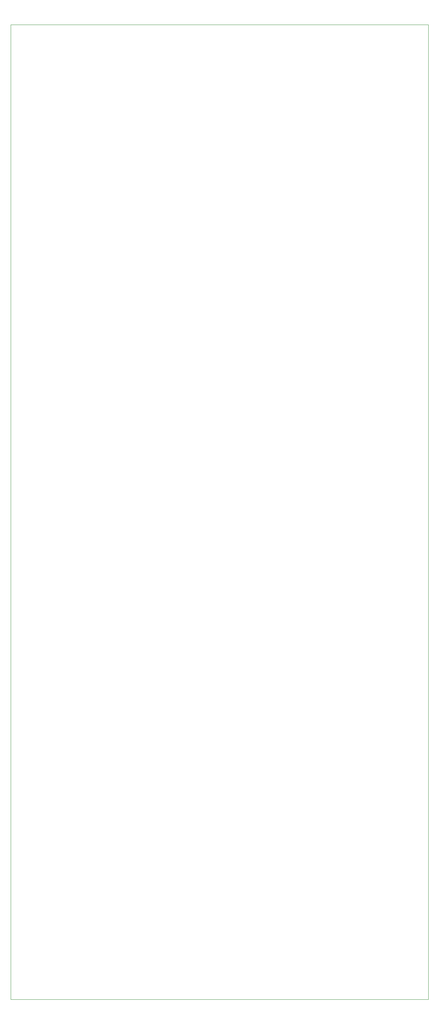
<source format=gm1>
G04*
G04 #@! TF.GenerationSoftware,Altium Limited,Altium Designer,21.0.9 (235)*
G04*
G04 Layer_Color=16711935*
%FSLAX24Y24*%
%MOIN*%
G70*
G04*
G04 #@! TF.SameCoordinates,2D4ACE21-508C-4F28-9509-530EA4604CDE*
G04*
G04*
G04 #@! TF.FilePolarity,Positive*
G04*
G01*
G75*
%ADD13C,0.0039*%
D13*
X6000Y9000D02*
X45000D01*
Y100000D01*
X6000D02*
X45000D01*
X6000Y9000D02*
Y100000D01*
M02*

</source>
